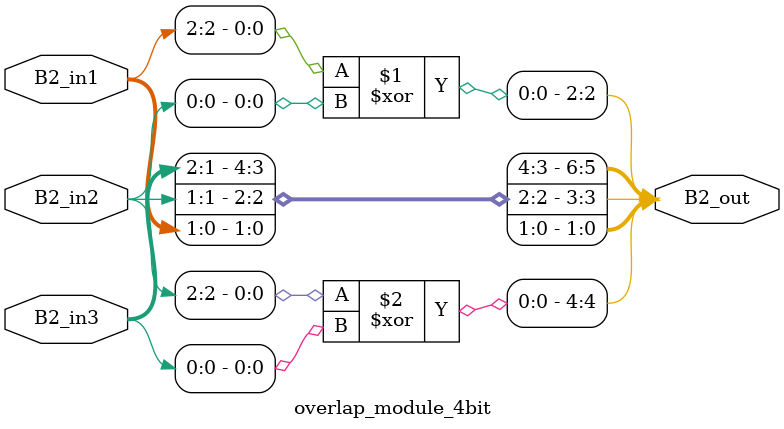
<source format=v>
`timescale 1ns / 1ps


module overlap_module_4bit(
    B2_in1,
    B2_in2,
    B2_in3,
    B2_out
    );


parameter n = 4;
    
input [n-2:0] B2_in1;    
input [n-2:0] B2_in2;    
input [n-2:0] B2_in3;

output [2*n-2:0] B2_out;


assign B2_out[0] = B2_in1[0];

assign B2_out[1] = B2_in1[1];

assign B2_out[2] = B2_in1[2]^B2_in2[0];

assign B2_out[3] = B2_in2[1];

assign B2_out[4] = B2_in2[2]^B2_in3[0];

assign B2_out[5] = B2_in3[1];

assign B2_out[6] = B2_in3[2];

    
endmodule

</source>
